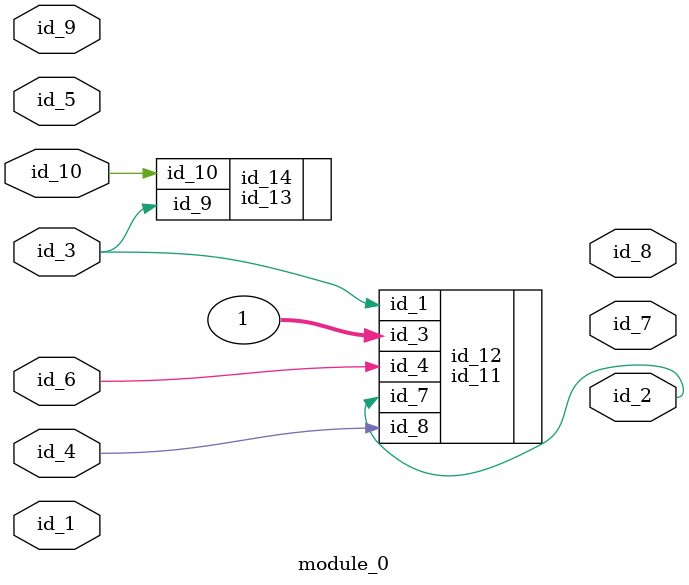
<source format=v>
module module_0 (
    id_1,
    id_2,
    id_3,
    id_4,
    id_5,
    id_6,
    id_7,
    id_8,
    id_9,
    id_10
);
  input id_10;
  input id_9;
  output id_8;
  output id_7;
  input id_6;
  input id_5;
  input id_4;
  input id_3;
  output id_2;
  input id_1;
  id_11 id_12 (
      .id_3(1),
      .id_4(id_6),
      .id_8(id_4),
      .id_7(id_2),
      .id_1(id_9),
      .id_1(id_3)
  );
  id_13 id_14 (
      .id_9 ((id_3)),
      .id_10(id_10)
  );
endmodule

</source>
